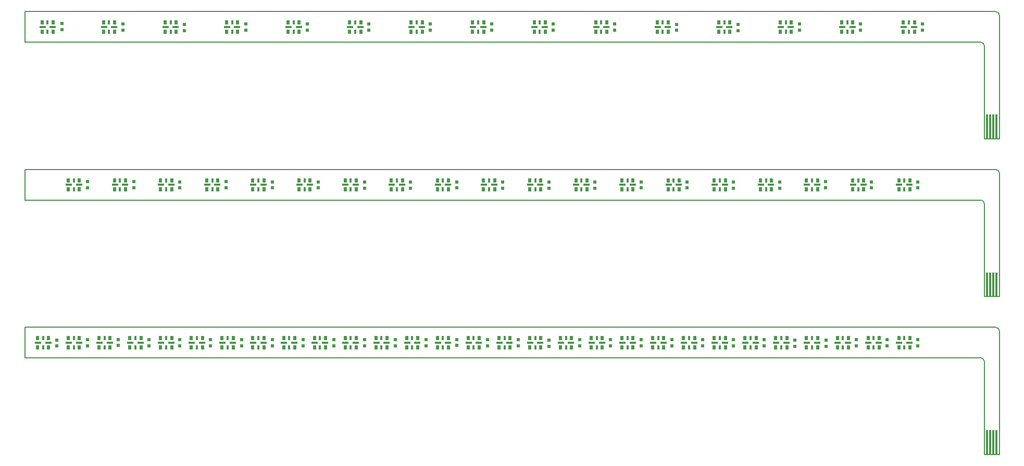
<source format=gtp>
G04*
G04 #@! TF.GenerationSoftware,Altium Limited,Altium Designer,19.0.12 (326)*
G04*
G04 Layer_Color=8421504*
%FSLAX44Y44*%
%MOMM*%
G71*
G01*
G75*
%ADD13R,0.3000X4.0000*%
%ADD14R,0.5000X0.8000*%
%ADD15R,0.3000X0.8000*%
%ADD16R,1.0000X0.3000*%
%ADD17R,0.6000X0.6000*%
%ADD21C,0.1270*%
D13*
X1564500Y533996D02*
D03*
X1569500D02*
D03*
X1574500D02*
D03*
X1579500D02*
D03*
X1564500Y276996D02*
D03*
X1569500D02*
D03*
X1574500D02*
D03*
X1579500D02*
D03*
X1564500Y19996D02*
D03*
X1569500D02*
D03*
X1574500D02*
D03*
X1579500D02*
D03*
D14*
X28056Y688500D02*
D03*
X46056D02*
D03*
X28056Y703500D02*
D03*
X46056D02*
D03*
X1446056Y703500D02*
D03*
X1428056D02*
D03*
X1446056Y688500D02*
D03*
X1428056D02*
D03*
X1328056D02*
D03*
X1346056D02*
D03*
X1328056Y703500D02*
D03*
X1346056D02*
D03*
X1246056Y703500D02*
D03*
X1228056D02*
D03*
X1246056Y688500D02*
D03*
X1228056D02*
D03*
X1128056D02*
D03*
X1146056D02*
D03*
X1128056Y703500D02*
D03*
X1146056D02*
D03*
X1046056Y703500D02*
D03*
X1028056D02*
D03*
X1046056Y688500D02*
D03*
X1028056D02*
D03*
X928056D02*
D03*
X946056D02*
D03*
X928056Y703500D02*
D03*
X946056D02*
D03*
X846056D02*
D03*
X828056D02*
D03*
X846056Y688500D02*
D03*
X828056D02*
D03*
X728056D02*
D03*
X746056D02*
D03*
X728056Y703500D02*
D03*
X746056D02*
D03*
X646056Y703500D02*
D03*
X628056D02*
D03*
X646056Y688500D02*
D03*
X628056D02*
D03*
X528056Y688500D02*
D03*
X546056D02*
D03*
X528056Y703500D02*
D03*
X546056D02*
D03*
X446056Y703500D02*
D03*
X428056D02*
D03*
X446056Y688500D02*
D03*
X428056D02*
D03*
X328056Y688501D02*
D03*
X346056D02*
D03*
X328056Y703501D02*
D03*
X346056D02*
D03*
X246056Y703500D02*
D03*
X228056D02*
D03*
X246056Y688500D02*
D03*
X228056D02*
D03*
X128056Y688501D02*
D03*
X146056D02*
D03*
X128056Y703501D02*
D03*
X146056D02*
D03*
X1438766Y446500D02*
D03*
X1420766D02*
D03*
X1438766Y431500D02*
D03*
X1420766D02*
D03*
X1345766D02*
D03*
X1363766D02*
D03*
X1345766Y446500D02*
D03*
X1363766D02*
D03*
X1288766D02*
D03*
X1270766D02*
D03*
X1288766Y431500D02*
D03*
X1270766D02*
D03*
X1195766D02*
D03*
X1213766D02*
D03*
X1195766Y446500D02*
D03*
X1213766D02*
D03*
X1138792Y446500D02*
D03*
X1120792D02*
D03*
X1138792Y431500D02*
D03*
X1120792D02*
D03*
X1045766Y431500D02*
D03*
X1063766D02*
D03*
X1045766Y446500D02*
D03*
X1063766D02*
D03*
X988766D02*
D03*
X970766D02*
D03*
X988766Y431500D02*
D03*
X970766D02*
D03*
X895766D02*
D03*
X913766D02*
D03*
X895766Y446500D02*
D03*
X913766D02*
D03*
X838766D02*
D03*
X820766D02*
D03*
X838766Y431500D02*
D03*
X820766D02*
D03*
X745766D02*
D03*
X763766D02*
D03*
X745766Y446500D02*
D03*
X763766D02*
D03*
X688766D02*
D03*
X670766D02*
D03*
X688766Y431500D02*
D03*
X670766D02*
D03*
X595766D02*
D03*
X613766D02*
D03*
X595766Y446500D02*
D03*
X613766D02*
D03*
X538766D02*
D03*
X520766D02*
D03*
X538766Y431500D02*
D03*
X520766D02*
D03*
X445766D02*
D03*
X463766D02*
D03*
X445766Y446500D02*
D03*
X463766D02*
D03*
X388766D02*
D03*
X370766D02*
D03*
X388766Y431500D02*
D03*
X370766D02*
D03*
X295766D02*
D03*
X313766D02*
D03*
X295766Y446500D02*
D03*
X313766D02*
D03*
X238766D02*
D03*
X220766D02*
D03*
X238766Y431500D02*
D03*
X220766D02*
D03*
X145766D02*
D03*
X163766D02*
D03*
X145766Y446500D02*
D03*
X163766D02*
D03*
X88766Y446500D02*
D03*
X70766D02*
D03*
X88766Y431500D02*
D03*
X70766D02*
D03*
X1438766Y189500D02*
D03*
X1420766D02*
D03*
X1438766Y174500D02*
D03*
X1420766D02*
D03*
X1370728D02*
D03*
X1388728D02*
D03*
X1370728Y189500D02*
D03*
X1388728D02*
D03*
X1338766D02*
D03*
X1320766D02*
D03*
X1338766Y174500D02*
D03*
X1320766D02*
D03*
X1270766D02*
D03*
X1288766D02*
D03*
X1270766Y189500D02*
D03*
X1288766D02*
D03*
X1238766D02*
D03*
X1220766D02*
D03*
X1238766Y174500D02*
D03*
X1220766D02*
D03*
X1170766D02*
D03*
X1188766D02*
D03*
X1170766Y189500D02*
D03*
X1188766D02*
D03*
X1138766D02*
D03*
X1120766D02*
D03*
X1138766Y174500D02*
D03*
X1120766D02*
D03*
X1070766D02*
D03*
X1088766D02*
D03*
X1070766Y189500D02*
D03*
X1088766D02*
D03*
X1038766Y189500D02*
D03*
X1020766D02*
D03*
X1038766Y174500D02*
D03*
X1020766D02*
D03*
X970766Y174500D02*
D03*
X988766D02*
D03*
X970766Y189500D02*
D03*
X988766D02*
D03*
X938766Y189500D02*
D03*
X920766D02*
D03*
X938766Y174500D02*
D03*
X920766D02*
D03*
X870766Y174500D02*
D03*
X888766D02*
D03*
X870766Y189500D02*
D03*
X888766D02*
D03*
X838766Y189500D02*
D03*
X820766D02*
D03*
X838766Y174500D02*
D03*
X820766D02*
D03*
X770780D02*
D03*
X788780D02*
D03*
X770780Y189500D02*
D03*
X788780D02*
D03*
X738742Y189500D02*
D03*
X720742D02*
D03*
X738742Y174500D02*
D03*
X720742D02*
D03*
X670766Y174500D02*
D03*
X688766D02*
D03*
X670766Y189500D02*
D03*
X688766D02*
D03*
X638766Y189500D02*
D03*
X620766D02*
D03*
X638766Y174500D02*
D03*
X620766D02*
D03*
X570766Y174500D02*
D03*
X588766D02*
D03*
X570766Y189500D02*
D03*
X588766D02*
D03*
X538766Y189500D02*
D03*
X520766D02*
D03*
X538766Y174500D02*
D03*
X520766D02*
D03*
X470766D02*
D03*
X488766D02*
D03*
X470766Y189500D02*
D03*
X488766D02*
D03*
X438766D02*
D03*
X420766D02*
D03*
X438766Y174500D02*
D03*
X420766D02*
D03*
X370766D02*
D03*
X388766D02*
D03*
X370766Y189500D02*
D03*
X388766D02*
D03*
X338766D02*
D03*
X320766D02*
D03*
X338766Y174500D02*
D03*
X320766D02*
D03*
X270766D02*
D03*
X288766D02*
D03*
X270766Y189500D02*
D03*
X288766D02*
D03*
X238766D02*
D03*
X220766D02*
D03*
X238766Y174500D02*
D03*
X220766D02*
D03*
X170766Y174500D02*
D03*
X188766D02*
D03*
X170766Y189500D02*
D03*
X188766D02*
D03*
X138766Y189500D02*
D03*
X120766D02*
D03*
X138766Y174500D02*
D03*
X120766D02*
D03*
X70766Y174500D02*
D03*
X88766D02*
D03*
X70766Y189500D02*
D03*
X88766D02*
D03*
X38766Y189500D02*
D03*
X20766D02*
D03*
X38766Y174500D02*
D03*
X20766D02*
D03*
D15*
X37056Y703500D02*
D03*
Y688500D02*
D03*
X1437056Y688500D02*
D03*
Y703500D02*
D03*
X1337056D02*
D03*
Y688500D02*
D03*
X1237056Y688500D02*
D03*
Y703500D02*
D03*
X1137056D02*
D03*
Y688500D02*
D03*
X1037056Y688500D02*
D03*
Y703500D02*
D03*
X937056D02*
D03*
Y688500D02*
D03*
X837056D02*
D03*
Y703500D02*
D03*
X737056D02*
D03*
Y688500D02*
D03*
X637056Y688500D02*
D03*
Y703500D02*
D03*
X537056Y703500D02*
D03*
Y688500D02*
D03*
X437056Y688500D02*
D03*
Y703500D02*
D03*
X337056Y703501D02*
D03*
Y688501D02*
D03*
X237056Y688500D02*
D03*
Y703500D02*
D03*
X137056Y703501D02*
D03*
Y688501D02*
D03*
X1429766Y431500D02*
D03*
Y446500D02*
D03*
X1354766D02*
D03*
Y431500D02*
D03*
X1279766D02*
D03*
Y446500D02*
D03*
X1204766D02*
D03*
Y431500D02*
D03*
X1129792Y431500D02*
D03*
Y446500D02*
D03*
X1054766Y446500D02*
D03*
Y431500D02*
D03*
X979766D02*
D03*
Y446500D02*
D03*
X904766D02*
D03*
Y431500D02*
D03*
X829766D02*
D03*
Y446500D02*
D03*
X754766D02*
D03*
Y431500D02*
D03*
X679766D02*
D03*
Y446500D02*
D03*
X604766D02*
D03*
Y431500D02*
D03*
X529766D02*
D03*
Y446500D02*
D03*
X454766D02*
D03*
Y431500D02*
D03*
X379766D02*
D03*
Y446500D02*
D03*
X304766D02*
D03*
Y431500D02*
D03*
X229766D02*
D03*
Y446500D02*
D03*
X154766D02*
D03*
Y431500D02*
D03*
X79766Y431500D02*
D03*
Y446500D02*
D03*
X1429766Y174500D02*
D03*
Y189500D02*
D03*
X1379728D02*
D03*
Y174500D02*
D03*
X1329766D02*
D03*
Y189500D02*
D03*
X1279766D02*
D03*
Y174500D02*
D03*
X1229766D02*
D03*
Y189500D02*
D03*
X1179766D02*
D03*
Y174500D02*
D03*
X1129766D02*
D03*
Y189500D02*
D03*
X1079766D02*
D03*
Y174500D02*
D03*
X1029766Y174500D02*
D03*
Y189500D02*
D03*
X979766Y189500D02*
D03*
Y174500D02*
D03*
X929766Y174500D02*
D03*
Y189500D02*
D03*
X879766Y189500D02*
D03*
Y174500D02*
D03*
X829766Y174500D02*
D03*
Y189500D02*
D03*
X779780D02*
D03*
Y174500D02*
D03*
X729742Y174500D02*
D03*
Y189500D02*
D03*
X679766Y189500D02*
D03*
Y174500D02*
D03*
X629766Y174500D02*
D03*
Y189500D02*
D03*
X579766Y189500D02*
D03*
Y174500D02*
D03*
X529766Y174500D02*
D03*
Y189500D02*
D03*
X479766D02*
D03*
Y174500D02*
D03*
X429766D02*
D03*
Y189500D02*
D03*
X379766D02*
D03*
Y174500D02*
D03*
X329766D02*
D03*
Y189500D02*
D03*
X279766D02*
D03*
Y174500D02*
D03*
X229766D02*
D03*
Y189500D02*
D03*
X179766Y189500D02*
D03*
Y174500D02*
D03*
X129766Y174500D02*
D03*
Y189500D02*
D03*
X79766Y189500D02*
D03*
Y174500D02*
D03*
X29766Y174500D02*
D03*
Y189500D02*
D03*
D16*
X28756Y696000D02*
D03*
X45356D02*
D03*
X1445356Y696000D02*
D03*
X1428756D02*
D03*
X1328756D02*
D03*
X1345356D02*
D03*
X1245356Y696000D02*
D03*
X1228756D02*
D03*
X1128756D02*
D03*
X1145356D02*
D03*
X1045356Y696000D02*
D03*
X1028756D02*
D03*
X928756D02*
D03*
X945356D02*
D03*
X845356D02*
D03*
X828756D02*
D03*
X728756D02*
D03*
X745356D02*
D03*
X645356Y696000D02*
D03*
X628756D02*
D03*
X528756Y696000D02*
D03*
X545356D02*
D03*
X445356Y696000D02*
D03*
X428756D02*
D03*
X328756Y696001D02*
D03*
X345356D02*
D03*
X245356Y696000D02*
D03*
X228756D02*
D03*
X128756Y696001D02*
D03*
X145356D02*
D03*
X1438066Y439000D02*
D03*
X1421466D02*
D03*
X1346466D02*
D03*
X1363066D02*
D03*
X1288066D02*
D03*
X1271466D02*
D03*
X1196466D02*
D03*
X1213066D02*
D03*
X1138092Y439000D02*
D03*
X1121492D02*
D03*
X1046466Y439000D02*
D03*
X1063066D02*
D03*
X988066D02*
D03*
X971466D02*
D03*
X896466D02*
D03*
X913066D02*
D03*
X838066D02*
D03*
X821466D02*
D03*
X746466D02*
D03*
X763066D02*
D03*
X688066D02*
D03*
X671466D02*
D03*
X596466D02*
D03*
X613066D02*
D03*
X538066D02*
D03*
X521466D02*
D03*
X446466D02*
D03*
X463066D02*
D03*
X388066D02*
D03*
X371466D02*
D03*
X296466D02*
D03*
X313066D02*
D03*
X238066D02*
D03*
X221466D02*
D03*
X146466D02*
D03*
X163066D02*
D03*
X88066Y439000D02*
D03*
X71466D02*
D03*
X1438066Y182000D02*
D03*
X1421466D02*
D03*
X1371428D02*
D03*
X1388028D02*
D03*
X1338066D02*
D03*
X1321466D02*
D03*
X1271466D02*
D03*
X1288066D02*
D03*
X1238066D02*
D03*
X1221466D02*
D03*
X1171466D02*
D03*
X1188066D02*
D03*
X1138066D02*
D03*
X1121466D02*
D03*
X1071466D02*
D03*
X1088066D02*
D03*
X1038066Y182000D02*
D03*
X1021466D02*
D03*
X971466Y182000D02*
D03*
X988066D02*
D03*
X938066Y182000D02*
D03*
X921466D02*
D03*
X871466Y182000D02*
D03*
X888066D02*
D03*
X838066Y182000D02*
D03*
X821466D02*
D03*
X771480D02*
D03*
X788080D02*
D03*
X738042Y182000D02*
D03*
X721442D02*
D03*
X671466Y182000D02*
D03*
X688066D02*
D03*
X638066Y182000D02*
D03*
X621466D02*
D03*
X571466Y182000D02*
D03*
X588066D02*
D03*
X538066Y182000D02*
D03*
X521466D02*
D03*
X471466D02*
D03*
X488066D02*
D03*
X438066D02*
D03*
X421466D02*
D03*
X371466D02*
D03*
X388066D02*
D03*
X338066D02*
D03*
X321466D02*
D03*
X271466D02*
D03*
X288066D02*
D03*
X238066D02*
D03*
X221466D02*
D03*
X171466Y182000D02*
D03*
X188066D02*
D03*
X138066Y182000D02*
D03*
X121466D02*
D03*
X71466Y182000D02*
D03*
X88066D02*
D03*
X38066Y182000D02*
D03*
X21466D02*
D03*
D17*
X60170Y691784D02*
D03*
Y701784D02*
D03*
X159264Y690919D02*
D03*
Y700920D02*
D03*
X259408Y690237D02*
D03*
Y700237D02*
D03*
X559408Y690666D02*
D03*
Y700666D02*
D03*
X459326Y690920D02*
D03*
Y700920D02*
D03*
X359408Y690792D02*
D03*
Y700792D02*
D03*
X659408Y690620D02*
D03*
Y700620D02*
D03*
X759154Y690754D02*
D03*
Y700754D02*
D03*
X859154Y690920D02*
D03*
Y700920D02*
D03*
X1059408Y690412D02*
D03*
Y700412D02*
D03*
X959154Y691000D02*
D03*
Y701000D02*
D03*
X1159534Y700238D02*
D03*
Y690238D02*
D03*
X1259154Y701174D02*
D03*
Y691174D02*
D03*
X1358688Y701000D02*
D03*
Y691000D02*
D03*
X1459154Y701000D02*
D03*
Y691000D02*
D03*
X102228Y434294D02*
D03*
Y444294D02*
D03*
X177118Y434054D02*
D03*
Y444054D02*
D03*
X252118Y433920D02*
D03*
Y443920D02*
D03*
X326958Y434308D02*
D03*
Y444308D02*
D03*
X402118Y433920D02*
D03*
Y443920D02*
D03*
X476974Y433919D02*
D03*
Y443919D02*
D03*
X552118Y433237D02*
D03*
Y443237D02*
D03*
X777118Y433666D02*
D03*
Y443666D02*
D03*
X702036Y433920D02*
D03*
Y443920D02*
D03*
X627118Y433792D02*
D03*
Y443792D02*
D03*
X852118Y433620D02*
D03*
Y443620D02*
D03*
X926864Y433754D02*
D03*
Y443754D02*
D03*
X1001864Y433920D02*
D03*
Y443920D02*
D03*
X1152144Y433412D02*
D03*
Y443412D02*
D03*
X1076864Y434000D02*
D03*
Y444000D02*
D03*
X1227244Y443238D02*
D03*
Y433238D02*
D03*
X1301864Y444174D02*
D03*
Y434174D02*
D03*
X1376398Y444000D02*
D03*
Y434000D02*
D03*
X1451864Y444000D02*
D03*
Y434000D02*
D03*
X252188Y176866D02*
D03*
Y186866D02*
D03*
X202200Y177056D02*
D03*
Y187056D02*
D03*
X152228Y177388D02*
D03*
Y187388D02*
D03*
X102290Y177254D02*
D03*
Y187254D02*
D03*
X52228Y176500D02*
D03*
Y186500D02*
D03*
X502118Y176920D02*
D03*
Y186920D02*
D03*
X552228Y177294D02*
D03*
Y187294D02*
D03*
X302118Y176786D02*
D03*
Y186786D02*
D03*
X352372Y177294D02*
D03*
Y187294D02*
D03*
X402182Y176826D02*
D03*
Y186826D02*
D03*
X452372Y176799D02*
D03*
Y186799D02*
D03*
X602118Y177054D02*
D03*
Y187054D02*
D03*
X652118Y176920D02*
D03*
Y186920D02*
D03*
X701958Y177308D02*
D03*
Y187308D02*
D03*
X752094Y176920D02*
D03*
Y186920D02*
D03*
X801988Y176919D02*
D03*
Y186919D02*
D03*
X852118Y176237D02*
D03*
Y186237D02*
D03*
X1002118Y176666D02*
D03*
Y186666D02*
D03*
X952036Y176920D02*
D03*
Y186920D02*
D03*
X902118Y176792D02*
D03*
Y186792D02*
D03*
X1052118Y176620D02*
D03*
Y186620D02*
D03*
X1101864Y176754D02*
D03*
Y186754D02*
D03*
X1151864Y176920D02*
D03*
Y186920D02*
D03*
X1252118Y176412D02*
D03*
Y186412D02*
D03*
X1201864Y177000D02*
D03*
Y187000D02*
D03*
X1302244Y186238D02*
D03*
Y176238D02*
D03*
X1351864Y187174D02*
D03*
Y177174D02*
D03*
X1401360Y187000D02*
D03*
Y177000D02*
D03*
X1451864Y187000D02*
D03*
Y177000D02*
D03*
D21*
X1559500Y666000D02*
G03*
X1554500Y671000I-5000J0D01*
G01*
X1584500Y714640D02*
G03*
X1578140Y721000I-6360J0D01*
G01*
X0Y671000D02*
Y721000D01*
Y671000D02*
X1554500D01*
X0Y721000D02*
X1474500D01*
X1559500D01*
Y514000D02*
Y666000D01*
X1554500Y671000D02*
X1554500D01*
X1559500Y721000D02*
X1578140D01*
X1584500Y514000D02*
Y714640D01*
X1559500Y514000D02*
X1584500D01*
X1559500Y409000D02*
G03*
X1554500Y414000I-5000J0D01*
G01*
X1584500Y457640D02*
G03*
X1578140Y464000I-6360J0D01*
G01*
X0Y414000D02*
Y464000D01*
Y414000D02*
X1554500D01*
X0Y464000D02*
X1474500D01*
X1559500D01*
Y257000D02*
Y409000D01*
X1554500Y414000D02*
X1554500D01*
X1559500Y464000D02*
X1578140D01*
X1584500Y257000D02*
Y457640D01*
X1559500Y257000D02*
X1584500D01*
X1559500Y152000D02*
G03*
X1554500Y157000I-5000J0D01*
G01*
X1584500Y200640D02*
G03*
X1578140Y207000I-6360J0D01*
G01*
X0Y157000D02*
Y207000D01*
Y157000D02*
X1554500D01*
X0Y207000D02*
X1474500D01*
X1559500D01*
Y0D02*
Y152000D01*
X1554500Y157000D02*
X1554500D01*
X1559500Y207000D02*
X1578140D01*
X1584500Y0D02*
Y200640D01*
X1559500Y0D02*
X1584500D01*
M02*

</source>
